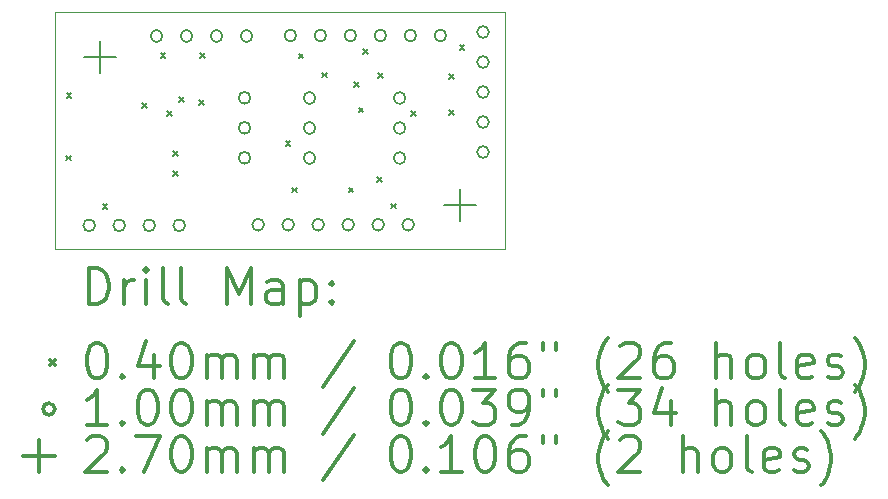
<source format=gbr>
%FSLAX45Y45*%
G04 Gerber Fmt 4.5, Leading zero omitted, Abs format (unit mm)*
G04 Created by KiCad (PCBNEW 5.1.5+dfsg1-2build2) date 2023-02-26 20:32:55*
%MOMM*%
%LPD*%
G04 APERTURE LIST*
%TA.AperFunction,Profile*%
%ADD10C,0.050000*%
%TD*%
%ADD11C,0.200000*%
%ADD12C,0.300000*%
G04 APERTURE END LIST*
D10*
X15030000Y-10002000D02*
X15030000Y-8002000D01*
X18840000Y-10002000D02*
X15030000Y-10002000D01*
X18840000Y-8002000D02*
X18840000Y-10002000D01*
X15030000Y-8002000D02*
X18840000Y-8002000D01*
D11*
X15124000Y-9215000D02*
X15164000Y-9255000D01*
X15164000Y-9215000D02*
X15124000Y-9255000D01*
X15128000Y-8683000D02*
X15168000Y-8723000D01*
X15168000Y-8683000D02*
X15128000Y-8723000D01*
X15433000Y-9628000D02*
X15473000Y-9668000D01*
X15473000Y-9628000D02*
X15433000Y-9668000D01*
X15766000Y-8770000D02*
X15806000Y-8810000D01*
X15806000Y-8770000D02*
X15766000Y-8810000D01*
X15923000Y-8349000D02*
X15963000Y-8389000D01*
X15963000Y-8349000D02*
X15923000Y-8389000D01*
X15981000Y-8837000D02*
X16021000Y-8877000D01*
X16021000Y-8837000D02*
X15981000Y-8877000D01*
X16028000Y-9347000D02*
X16068000Y-9387000D01*
X16068000Y-9347000D02*
X16028000Y-9387000D01*
X16029000Y-9177000D02*
X16069000Y-9217000D01*
X16069000Y-9177000D02*
X16029000Y-9217000D01*
X16081000Y-8717000D02*
X16121000Y-8757000D01*
X16121000Y-8717000D02*
X16081000Y-8757000D01*
X16248000Y-8745000D02*
X16288000Y-8785000D01*
X16288000Y-8745000D02*
X16248000Y-8785000D01*
X16255000Y-8348000D02*
X16295000Y-8388000D01*
X16295000Y-8348000D02*
X16255000Y-8388000D01*
X16982000Y-9092000D02*
X17022000Y-9132000D01*
X17022000Y-9092000D02*
X16982000Y-9132000D01*
X17036000Y-9487000D02*
X17076000Y-9527000D01*
X17076000Y-9487000D02*
X17036000Y-9527000D01*
X17091000Y-8352000D02*
X17131000Y-8392000D01*
X17131000Y-8352000D02*
X17091000Y-8392000D01*
X17288000Y-8512000D02*
X17328000Y-8552000D01*
X17328000Y-8512000D02*
X17288000Y-8552000D01*
X17516000Y-9487000D02*
X17556000Y-9527000D01*
X17556000Y-9487000D02*
X17516000Y-9527000D01*
X17563000Y-8593000D02*
X17603000Y-8633000D01*
X17603000Y-8593000D02*
X17563000Y-8633000D01*
X17600000Y-8809000D02*
X17640000Y-8849000D01*
X17640000Y-8809000D02*
X17600000Y-8849000D01*
X17636000Y-8315000D02*
X17676000Y-8355000D01*
X17676000Y-8315000D02*
X17636000Y-8355000D01*
X17754000Y-9394000D02*
X17794000Y-9434000D01*
X17794000Y-9394000D02*
X17754000Y-9434000D01*
X17768000Y-8516000D02*
X17808000Y-8556000D01*
X17808000Y-8516000D02*
X17768000Y-8556000D01*
X17873000Y-9622000D02*
X17913000Y-9662000D01*
X17913000Y-9622000D02*
X17873000Y-9662000D01*
X18044000Y-8840000D02*
X18084000Y-8880000D01*
X18084000Y-8840000D02*
X18044000Y-8880000D01*
X18366000Y-8527000D02*
X18406000Y-8567000D01*
X18406000Y-8527000D02*
X18366000Y-8567000D01*
X18368000Y-8827000D02*
X18408000Y-8867000D01*
X18408000Y-8827000D02*
X18368000Y-8867000D01*
X18456000Y-8279000D02*
X18496000Y-8319000D01*
X18496000Y-8279000D02*
X18456000Y-8319000D01*
X18703000Y-8169000D02*
G75*
G03X18703000Y-8169000I-50000J0D01*
G01*
X18703000Y-8423000D02*
G75*
G03X18703000Y-8423000I-50000J0D01*
G01*
X18703000Y-8677000D02*
G75*
G03X18703000Y-8677000I-50000J0D01*
G01*
X18703000Y-8931000D02*
G75*
G03X18703000Y-8931000I-50000J0D01*
G01*
X18703000Y-9185000D02*
G75*
G03X18703000Y-9185000I-50000J0D01*
G01*
X16684000Y-8726000D02*
G75*
G03X16684000Y-8726000I-50000J0D01*
G01*
X16684000Y-8980000D02*
G75*
G03X16684000Y-8980000I-50000J0D01*
G01*
X16684000Y-9234000D02*
G75*
G03X16684000Y-9234000I-50000J0D01*
G01*
X17072000Y-8197000D02*
G75*
G03X17072000Y-8197000I-50000J0D01*
G01*
X17326000Y-8197000D02*
G75*
G03X17326000Y-8197000I-50000J0D01*
G01*
X17580000Y-8197000D02*
G75*
G03X17580000Y-8197000I-50000J0D01*
G01*
X17834000Y-8197000D02*
G75*
G03X17834000Y-8197000I-50000J0D01*
G01*
X18088000Y-8197000D02*
G75*
G03X18088000Y-8197000I-50000J0D01*
G01*
X18342000Y-8197000D02*
G75*
G03X18342000Y-8197000I-50000J0D01*
G01*
X16799000Y-9800000D02*
G75*
G03X16799000Y-9800000I-50000J0D01*
G01*
X17053000Y-9800000D02*
G75*
G03X17053000Y-9800000I-50000J0D01*
G01*
X17307000Y-9800000D02*
G75*
G03X17307000Y-9800000I-50000J0D01*
G01*
X17561000Y-9800000D02*
G75*
G03X17561000Y-9800000I-50000J0D01*
G01*
X17815000Y-9800000D02*
G75*
G03X17815000Y-9800000I-50000J0D01*
G01*
X18069000Y-9800000D02*
G75*
G03X18069000Y-9800000I-50000J0D01*
G01*
X17234000Y-8727000D02*
G75*
G03X17234000Y-8727000I-50000J0D01*
G01*
X17234000Y-8981000D02*
G75*
G03X17234000Y-8981000I-50000J0D01*
G01*
X17234000Y-9235000D02*
G75*
G03X17234000Y-9235000I-50000J0D01*
G01*
X15369000Y-9805000D02*
G75*
G03X15369000Y-9805000I-50000J0D01*
G01*
X15623000Y-9805000D02*
G75*
G03X15623000Y-9805000I-50000J0D01*
G01*
X15877000Y-9805000D02*
G75*
G03X15877000Y-9805000I-50000J0D01*
G01*
X16131000Y-9805000D02*
G75*
G03X16131000Y-9805000I-50000J0D01*
G01*
X15939000Y-8202000D02*
G75*
G03X15939000Y-8202000I-50000J0D01*
G01*
X16193000Y-8202000D02*
G75*
G03X16193000Y-8202000I-50000J0D01*
G01*
X16447000Y-8202000D02*
G75*
G03X16447000Y-8202000I-50000J0D01*
G01*
X16701000Y-8202000D02*
G75*
G03X16701000Y-8202000I-50000J0D01*
G01*
X17997000Y-8727000D02*
G75*
G03X17997000Y-8727000I-50000J0D01*
G01*
X17997000Y-8981000D02*
G75*
G03X17997000Y-8981000I-50000J0D01*
G01*
X17997000Y-9235000D02*
G75*
G03X17997000Y-9235000I-50000J0D01*
G01*
X18461000Y-9496000D02*
X18461000Y-9766000D01*
X18326000Y-9631000D02*
X18596000Y-9631000D01*
X15410000Y-8247000D02*
X15410000Y-8517000D01*
X15275000Y-8382000D02*
X15545000Y-8382000D01*
D12*
X15313928Y-10470214D02*
X15313928Y-10170214D01*
X15385357Y-10170214D01*
X15428214Y-10184500D01*
X15456786Y-10213072D01*
X15471071Y-10241643D01*
X15485357Y-10298786D01*
X15485357Y-10341643D01*
X15471071Y-10398786D01*
X15456786Y-10427357D01*
X15428214Y-10455929D01*
X15385357Y-10470214D01*
X15313928Y-10470214D01*
X15613928Y-10470214D02*
X15613928Y-10270214D01*
X15613928Y-10327357D02*
X15628214Y-10298786D01*
X15642500Y-10284500D01*
X15671071Y-10270214D01*
X15699643Y-10270214D01*
X15799643Y-10470214D02*
X15799643Y-10270214D01*
X15799643Y-10170214D02*
X15785357Y-10184500D01*
X15799643Y-10198786D01*
X15813928Y-10184500D01*
X15799643Y-10170214D01*
X15799643Y-10198786D01*
X15985357Y-10470214D02*
X15956786Y-10455929D01*
X15942500Y-10427357D01*
X15942500Y-10170214D01*
X16142500Y-10470214D02*
X16113928Y-10455929D01*
X16099643Y-10427357D01*
X16099643Y-10170214D01*
X16485357Y-10470214D02*
X16485357Y-10170214D01*
X16585357Y-10384500D01*
X16685357Y-10170214D01*
X16685357Y-10470214D01*
X16956786Y-10470214D02*
X16956786Y-10313072D01*
X16942500Y-10284500D01*
X16913928Y-10270214D01*
X16856786Y-10270214D01*
X16828214Y-10284500D01*
X16956786Y-10455929D02*
X16928214Y-10470214D01*
X16856786Y-10470214D01*
X16828214Y-10455929D01*
X16813928Y-10427357D01*
X16813928Y-10398786D01*
X16828214Y-10370214D01*
X16856786Y-10355929D01*
X16928214Y-10355929D01*
X16956786Y-10341643D01*
X17099643Y-10270214D02*
X17099643Y-10570214D01*
X17099643Y-10284500D02*
X17128214Y-10270214D01*
X17185357Y-10270214D01*
X17213928Y-10284500D01*
X17228214Y-10298786D01*
X17242500Y-10327357D01*
X17242500Y-10413072D01*
X17228214Y-10441643D01*
X17213928Y-10455929D01*
X17185357Y-10470214D01*
X17128214Y-10470214D01*
X17099643Y-10455929D01*
X17371071Y-10441643D02*
X17385357Y-10455929D01*
X17371071Y-10470214D01*
X17356786Y-10455929D01*
X17371071Y-10441643D01*
X17371071Y-10470214D01*
X17371071Y-10284500D02*
X17385357Y-10298786D01*
X17371071Y-10313072D01*
X17356786Y-10298786D01*
X17371071Y-10284500D01*
X17371071Y-10313072D01*
X14987500Y-10944500D02*
X15027500Y-10984500D01*
X15027500Y-10944500D02*
X14987500Y-10984500D01*
X15371071Y-10800214D02*
X15399643Y-10800214D01*
X15428214Y-10814500D01*
X15442500Y-10828786D01*
X15456786Y-10857357D01*
X15471071Y-10914500D01*
X15471071Y-10985929D01*
X15456786Y-11043072D01*
X15442500Y-11071643D01*
X15428214Y-11085929D01*
X15399643Y-11100214D01*
X15371071Y-11100214D01*
X15342500Y-11085929D01*
X15328214Y-11071643D01*
X15313928Y-11043072D01*
X15299643Y-10985929D01*
X15299643Y-10914500D01*
X15313928Y-10857357D01*
X15328214Y-10828786D01*
X15342500Y-10814500D01*
X15371071Y-10800214D01*
X15599643Y-11071643D02*
X15613928Y-11085929D01*
X15599643Y-11100214D01*
X15585357Y-11085929D01*
X15599643Y-11071643D01*
X15599643Y-11100214D01*
X15871071Y-10900214D02*
X15871071Y-11100214D01*
X15799643Y-10785929D02*
X15728214Y-11000214D01*
X15913928Y-11000214D01*
X16085357Y-10800214D02*
X16113928Y-10800214D01*
X16142500Y-10814500D01*
X16156786Y-10828786D01*
X16171071Y-10857357D01*
X16185357Y-10914500D01*
X16185357Y-10985929D01*
X16171071Y-11043072D01*
X16156786Y-11071643D01*
X16142500Y-11085929D01*
X16113928Y-11100214D01*
X16085357Y-11100214D01*
X16056786Y-11085929D01*
X16042500Y-11071643D01*
X16028214Y-11043072D01*
X16013928Y-10985929D01*
X16013928Y-10914500D01*
X16028214Y-10857357D01*
X16042500Y-10828786D01*
X16056786Y-10814500D01*
X16085357Y-10800214D01*
X16313928Y-11100214D02*
X16313928Y-10900214D01*
X16313928Y-10928786D02*
X16328214Y-10914500D01*
X16356786Y-10900214D01*
X16399643Y-10900214D01*
X16428214Y-10914500D01*
X16442500Y-10943072D01*
X16442500Y-11100214D01*
X16442500Y-10943072D02*
X16456786Y-10914500D01*
X16485357Y-10900214D01*
X16528214Y-10900214D01*
X16556786Y-10914500D01*
X16571071Y-10943072D01*
X16571071Y-11100214D01*
X16713928Y-11100214D02*
X16713928Y-10900214D01*
X16713928Y-10928786D02*
X16728214Y-10914500D01*
X16756786Y-10900214D01*
X16799643Y-10900214D01*
X16828214Y-10914500D01*
X16842500Y-10943072D01*
X16842500Y-11100214D01*
X16842500Y-10943072D02*
X16856786Y-10914500D01*
X16885357Y-10900214D01*
X16928214Y-10900214D01*
X16956786Y-10914500D01*
X16971071Y-10943072D01*
X16971071Y-11100214D01*
X17556786Y-10785929D02*
X17299643Y-11171643D01*
X17942500Y-10800214D02*
X17971071Y-10800214D01*
X17999643Y-10814500D01*
X18013928Y-10828786D01*
X18028214Y-10857357D01*
X18042500Y-10914500D01*
X18042500Y-10985929D01*
X18028214Y-11043072D01*
X18013928Y-11071643D01*
X17999643Y-11085929D01*
X17971071Y-11100214D01*
X17942500Y-11100214D01*
X17913928Y-11085929D01*
X17899643Y-11071643D01*
X17885357Y-11043072D01*
X17871071Y-10985929D01*
X17871071Y-10914500D01*
X17885357Y-10857357D01*
X17899643Y-10828786D01*
X17913928Y-10814500D01*
X17942500Y-10800214D01*
X18171071Y-11071643D02*
X18185357Y-11085929D01*
X18171071Y-11100214D01*
X18156786Y-11085929D01*
X18171071Y-11071643D01*
X18171071Y-11100214D01*
X18371071Y-10800214D02*
X18399643Y-10800214D01*
X18428214Y-10814500D01*
X18442500Y-10828786D01*
X18456786Y-10857357D01*
X18471071Y-10914500D01*
X18471071Y-10985929D01*
X18456786Y-11043072D01*
X18442500Y-11071643D01*
X18428214Y-11085929D01*
X18399643Y-11100214D01*
X18371071Y-11100214D01*
X18342500Y-11085929D01*
X18328214Y-11071643D01*
X18313928Y-11043072D01*
X18299643Y-10985929D01*
X18299643Y-10914500D01*
X18313928Y-10857357D01*
X18328214Y-10828786D01*
X18342500Y-10814500D01*
X18371071Y-10800214D01*
X18756786Y-11100214D02*
X18585357Y-11100214D01*
X18671071Y-11100214D02*
X18671071Y-10800214D01*
X18642500Y-10843072D01*
X18613928Y-10871643D01*
X18585357Y-10885929D01*
X19013928Y-10800214D02*
X18956786Y-10800214D01*
X18928214Y-10814500D01*
X18913928Y-10828786D01*
X18885357Y-10871643D01*
X18871071Y-10928786D01*
X18871071Y-11043072D01*
X18885357Y-11071643D01*
X18899643Y-11085929D01*
X18928214Y-11100214D01*
X18985357Y-11100214D01*
X19013928Y-11085929D01*
X19028214Y-11071643D01*
X19042500Y-11043072D01*
X19042500Y-10971643D01*
X19028214Y-10943072D01*
X19013928Y-10928786D01*
X18985357Y-10914500D01*
X18928214Y-10914500D01*
X18899643Y-10928786D01*
X18885357Y-10943072D01*
X18871071Y-10971643D01*
X19156786Y-10800214D02*
X19156786Y-10857357D01*
X19271071Y-10800214D02*
X19271071Y-10857357D01*
X19713928Y-11214500D02*
X19699643Y-11200214D01*
X19671071Y-11157357D01*
X19656786Y-11128786D01*
X19642500Y-11085929D01*
X19628214Y-11014500D01*
X19628214Y-10957357D01*
X19642500Y-10885929D01*
X19656786Y-10843072D01*
X19671071Y-10814500D01*
X19699643Y-10771643D01*
X19713928Y-10757357D01*
X19813928Y-10828786D02*
X19828214Y-10814500D01*
X19856786Y-10800214D01*
X19928214Y-10800214D01*
X19956786Y-10814500D01*
X19971071Y-10828786D01*
X19985357Y-10857357D01*
X19985357Y-10885929D01*
X19971071Y-10928786D01*
X19799643Y-11100214D01*
X19985357Y-11100214D01*
X20242500Y-10800214D02*
X20185357Y-10800214D01*
X20156786Y-10814500D01*
X20142500Y-10828786D01*
X20113928Y-10871643D01*
X20099643Y-10928786D01*
X20099643Y-11043072D01*
X20113928Y-11071643D01*
X20128214Y-11085929D01*
X20156786Y-11100214D01*
X20213928Y-11100214D01*
X20242500Y-11085929D01*
X20256786Y-11071643D01*
X20271071Y-11043072D01*
X20271071Y-10971643D01*
X20256786Y-10943072D01*
X20242500Y-10928786D01*
X20213928Y-10914500D01*
X20156786Y-10914500D01*
X20128214Y-10928786D01*
X20113928Y-10943072D01*
X20099643Y-10971643D01*
X20628214Y-11100214D02*
X20628214Y-10800214D01*
X20756786Y-11100214D02*
X20756786Y-10943072D01*
X20742500Y-10914500D01*
X20713928Y-10900214D01*
X20671071Y-10900214D01*
X20642500Y-10914500D01*
X20628214Y-10928786D01*
X20942500Y-11100214D02*
X20913928Y-11085929D01*
X20899643Y-11071643D01*
X20885357Y-11043072D01*
X20885357Y-10957357D01*
X20899643Y-10928786D01*
X20913928Y-10914500D01*
X20942500Y-10900214D01*
X20985357Y-10900214D01*
X21013928Y-10914500D01*
X21028214Y-10928786D01*
X21042500Y-10957357D01*
X21042500Y-11043072D01*
X21028214Y-11071643D01*
X21013928Y-11085929D01*
X20985357Y-11100214D01*
X20942500Y-11100214D01*
X21213928Y-11100214D02*
X21185357Y-11085929D01*
X21171071Y-11057357D01*
X21171071Y-10800214D01*
X21442500Y-11085929D02*
X21413928Y-11100214D01*
X21356786Y-11100214D01*
X21328214Y-11085929D01*
X21313928Y-11057357D01*
X21313928Y-10943072D01*
X21328214Y-10914500D01*
X21356786Y-10900214D01*
X21413928Y-10900214D01*
X21442500Y-10914500D01*
X21456786Y-10943072D01*
X21456786Y-10971643D01*
X21313928Y-11000214D01*
X21571071Y-11085929D02*
X21599643Y-11100214D01*
X21656786Y-11100214D01*
X21685357Y-11085929D01*
X21699643Y-11057357D01*
X21699643Y-11043072D01*
X21685357Y-11014500D01*
X21656786Y-11000214D01*
X21613928Y-11000214D01*
X21585357Y-10985929D01*
X21571071Y-10957357D01*
X21571071Y-10943072D01*
X21585357Y-10914500D01*
X21613928Y-10900214D01*
X21656786Y-10900214D01*
X21685357Y-10914500D01*
X21799643Y-11214500D02*
X21813928Y-11200214D01*
X21842500Y-11157357D01*
X21856786Y-11128786D01*
X21871071Y-11085929D01*
X21885357Y-11014500D01*
X21885357Y-10957357D01*
X21871071Y-10885929D01*
X21856786Y-10843072D01*
X21842500Y-10814500D01*
X21813928Y-10771643D01*
X21799643Y-10757357D01*
X15027500Y-11360500D02*
G75*
G03X15027500Y-11360500I-50000J0D01*
G01*
X15471071Y-11496214D02*
X15299643Y-11496214D01*
X15385357Y-11496214D02*
X15385357Y-11196214D01*
X15356786Y-11239071D01*
X15328214Y-11267643D01*
X15299643Y-11281929D01*
X15599643Y-11467643D02*
X15613928Y-11481929D01*
X15599643Y-11496214D01*
X15585357Y-11481929D01*
X15599643Y-11467643D01*
X15599643Y-11496214D01*
X15799643Y-11196214D02*
X15828214Y-11196214D01*
X15856786Y-11210500D01*
X15871071Y-11224786D01*
X15885357Y-11253357D01*
X15899643Y-11310500D01*
X15899643Y-11381929D01*
X15885357Y-11439071D01*
X15871071Y-11467643D01*
X15856786Y-11481929D01*
X15828214Y-11496214D01*
X15799643Y-11496214D01*
X15771071Y-11481929D01*
X15756786Y-11467643D01*
X15742500Y-11439071D01*
X15728214Y-11381929D01*
X15728214Y-11310500D01*
X15742500Y-11253357D01*
X15756786Y-11224786D01*
X15771071Y-11210500D01*
X15799643Y-11196214D01*
X16085357Y-11196214D02*
X16113928Y-11196214D01*
X16142500Y-11210500D01*
X16156786Y-11224786D01*
X16171071Y-11253357D01*
X16185357Y-11310500D01*
X16185357Y-11381929D01*
X16171071Y-11439071D01*
X16156786Y-11467643D01*
X16142500Y-11481929D01*
X16113928Y-11496214D01*
X16085357Y-11496214D01*
X16056786Y-11481929D01*
X16042500Y-11467643D01*
X16028214Y-11439071D01*
X16013928Y-11381929D01*
X16013928Y-11310500D01*
X16028214Y-11253357D01*
X16042500Y-11224786D01*
X16056786Y-11210500D01*
X16085357Y-11196214D01*
X16313928Y-11496214D02*
X16313928Y-11296214D01*
X16313928Y-11324786D02*
X16328214Y-11310500D01*
X16356786Y-11296214D01*
X16399643Y-11296214D01*
X16428214Y-11310500D01*
X16442500Y-11339071D01*
X16442500Y-11496214D01*
X16442500Y-11339071D02*
X16456786Y-11310500D01*
X16485357Y-11296214D01*
X16528214Y-11296214D01*
X16556786Y-11310500D01*
X16571071Y-11339071D01*
X16571071Y-11496214D01*
X16713928Y-11496214D02*
X16713928Y-11296214D01*
X16713928Y-11324786D02*
X16728214Y-11310500D01*
X16756786Y-11296214D01*
X16799643Y-11296214D01*
X16828214Y-11310500D01*
X16842500Y-11339071D01*
X16842500Y-11496214D01*
X16842500Y-11339071D02*
X16856786Y-11310500D01*
X16885357Y-11296214D01*
X16928214Y-11296214D01*
X16956786Y-11310500D01*
X16971071Y-11339071D01*
X16971071Y-11496214D01*
X17556786Y-11181929D02*
X17299643Y-11567643D01*
X17942500Y-11196214D02*
X17971071Y-11196214D01*
X17999643Y-11210500D01*
X18013928Y-11224786D01*
X18028214Y-11253357D01*
X18042500Y-11310500D01*
X18042500Y-11381929D01*
X18028214Y-11439071D01*
X18013928Y-11467643D01*
X17999643Y-11481929D01*
X17971071Y-11496214D01*
X17942500Y-11496214D01*
X17913928Y-11481929D01*
X17899643Y-11467643D01*
X17885357Y-11439071D01*
X17871071Y-11381929D01*
X17871071Y-11310500D01*
X17885357Y-11253357D01*
X17899643Y-11224786D01*
X17913928Y-11210500D01*
X17942500Y-11196214D01*
X18171071Y-11467643D02*
X18185357Y-11481929D01*
X18171071Y-11496214D01*
X18156786Y-11481929D01*
X18171071Y-11467643D01*
X18171071Y-11496214D01*
X18371071Y-11196214D02*
X18399643Y-11196214D01*
X18428214Y-11210500D01*
X18442500Y-11224786D01*
X18456786Y-11253357D01*
X18471071Y-11310500D01*
X18471071Y-11381929D01*
X18456786Y-11439071D01*
X18442500Y-11467643D01*
X18428214Y-11481929D01*
X18399643Y-11496214D01*
X18371071Y-11496214D01*
X18342500Y-11481929D01*
X18328214Y-11467643D01*
X18313928Y-11439071D01*
X18299643Y-11381929D01*
X18299643Y-11310500D01*
X18313928Y-11253357D01*
X18328214Y-11224786D01*
X18342500Y-11210500D01*
X18371071Y-11196214D01*
X18571071Y-11196214D02*
X18756786Y-11196214D01*
X18656786Y-11310500D01*
X18699643Y-11310500D01*
X18728214Y-11324786D01*
X18742500Y-11339071D01*
X18756786Y-11367643D01*
X18756786Y-11439071D01*
X18742500Y-11467643D01*
X18728214Y-11481929D01*
X18699643Y-11496214D01*
X18613928Y-11496214D01*
X18585357Y-11481929D01*
X18571071Y-11467643D01*
X18899643Y-11496214D02*
X18956786Y-11496214D01*
X18985357Y-11481929D01*
X18999643Y-11467643D01*
X19028214Y-11424786D01*
X19042500Y-11367643D01*
X19042500Y-11253357D01*
X19028214Y-11224786D01*
X19013928Y-11210500D01*
X18985357Y-11196214D01*
X18928214Y-11196214D01*
X18899643Y-11210500D01*
X18885357Y-11224786D01*
X18871071Y-11253357D01*
X18871071Y-11324786D01*
X18885357Y-11353357D01*
X18899643Y-11367643D01*
X18928214Y-11381929D01*
X18985357Y-11381929D01*
X19013928Y-11367643D01*
X19028214Y-11353357D01*
X19042500Y-11324786D01*
X19156786Y-11196214D02*
X19156786Y-11253357D01*
X19271071Y-11196214D02*
X19271071Y-11253357D01*
X19713928Y-11610500D02*
X19699643Y-11596214D01*
X19671071Y-11553357D01*
X19656786Y-11524786D01*
X19642500Y-11481929D01*
X19628214Y-11410500D01*
X19628214Y-11353357D01*
X19642500Y-11281929D01*
X19656786Y-11239071D01*
X19671071Y-11210500D01*
X19699643Y-11167643D01*
X19713928Y-11153357D01*
X19799643Y-11196214D02*
X19985357Y-11196214D01*
X19885357Y-11310500D01*
X19928214Y-11310500D01*
X19956786Y-11324786D01*
X19971071Y-11339071D01*
X19985357Y-11367643D01*
X19985357Y-11439071D01*
X19971071Y-11467643D01*
X19956786Y-11481929D01*
X19928214Y-11496214D01*
X19842500Y-11496214D01*
X19813928Y-11481929D01*
X19799643Y-11467643D01*
X20242500Y-11296214D02*
X20242500Y-11496214D01*
X20171071Y-11181929D02*
X20099643Y-11396214D01*
X20285357Y-11396214D01*
X20628214Y-11496214D02*
X20628214Y-11196214D01*
X20756786Y-11496214D02*
X20756786Y-11339071D01*
X20742500Y-11310500D01*
X20713928Y-11296214D01*
X20671071Y-11296214D01*
X20642500Y-11310500D01*
X20628214Y-11324786D01*
X20942500Y-11496214D02*
X20913928Y-11481929D01*
X20899643Y-11467643D01*
X20885357Y-11439071D01*
X20885357Y-11353357D01*
X20899643Y-11324786D01*
X20913928Y-11310500D01*
X20942500Y-11296214D01*
X20985357Y-11296214D01*
X21013928Y-11310500D01*
X21028214Y-11324786D01*
X21042500Y-11353357D01*
X21042500Y-11439071D01*
X21028214Y-11467643D01*
X21013928Y-11481929D01*
X20985357Y-11496214D01*
X20942500Y-11496214D01*
X21213928Y-11496214D02*
X21185357Y-11481929D01*
X21171071Y-11453357D01*
X21171071Y-11196214D01*
X21442500Y-11481929D02*
X21413928Y-11496214D01*
X21356786Y-11496214D01*
X21328214Y-11481929D01*
X21313928Y-11453357D01*
X21313928Y-11339071D01*
X21328214Y-11310500D01*
X21356786Y-11296214D01*
X21413928Y-11296214D01*
X21442500Y-11310500D01*
X21456786Y-11339071D01*
X21456786Y-11367643D01*
X21313928Y-11396214D01*
X21571071Y-11481929D02*
X21599643Y-11496214D01*
X21656786Y-11496214D01*
X21685357Y-11481929D01*
X21699643Y-11453357D01*
X21699643Y-11439071D01*
X21685357Y-11410500D01*
X21656786Y-11396214D01*
X21613928Y-11396214D01*
X21585357Y-11381929D01*
X21571071Y-11353357D01*
X21571071Y-11339071D01*
X21585357Y-11310500D01*
X21613928Y-11296214D01*
X21656786Y-11296214D01*
X21685357Y-11310500D01*
X21799643Y-11610500D02*
X21813928Y-11596214D01*
X21842500Y-11553357D01*
X21856786Y-11524786D01*
X21871071Y-11481929D01*
X21885357Y-11410500D01*
X21885357Y-11353357D01*
X21871071Y-11281929D01*
X21856786Y-11239071D01*
X21842500Y-11210500D01*
X21813928Y-11167643D01*
X21799643Y-11153357D01*
X14892500Y-11621500D02*
X14892500Y-11891500D01*
X14757500Y-11756500D02*
X15027500Y-11756500D01*
X15299643Y-11620786D02*
X15313928Y-11606500D01*
X15342500Y-11592214D01*
X15413928Y-11592214D01*
X15442500Y-11606500D01*
X15456786Y-11620786D01*
X15471071Y-11649357D01*
X15471071Y-11677929D01*
X15456786Y-11720786D01*
X15285357Y-11892214D01*
X15471071Y-11892214D01*
X15599643Y-11863643D02*
X15613928Y-11877929D01*
X15599643Y-11892214D01*
X15585357Y-11877929D01*
X15599643Y-11863643D01*
X15599643Y-11892214D01*
X15713928Y-11592214D02*
X15913928Y-11592214D01*
X15785357Y-11892214D01*
X16085357Y-11592214D02*
X16113928Y-11592214D01*
X16142500Y-11606500D01*
X16156786Y-11620786D01*
X16171071Y-11649357D01*
X16185357Y-11706500D01*
X16185357Y-11777929D01*
X16171071Y-11835071D01*
X16156786Y-11863643D01*
X16142500Y-11877929D01*
X16113928Y-11892214D01*
X16085357Y-11892214D01*
X16056786Y-11877929D01*
X16042500Y-11863643D01*
X16028214Y-11835071D01*
X16013928Y-11777929D01*
X16013928Y-11706500D01*
X16028214Y-11649357D01*
X16042500Y-11620786D01*
X16056786Y-11606500D01*
X16085357Y-11592214D01*
X16313928Y-11892214D02*
X16313928Y-11692214D01*
X16313928Y-11720786D02*
X16328214Y-11706500D01*
X16356786Y-11692214D01*
X16399643Y-11692214D01*
X16428214Y-11706500D01*
X16442500Y-11735071D01*
X16442500Y-11892214D01*
X16442500Y-11735071D02*
X16456786Y-11706500D01*
X16485357Y-11692214D01*
X16528214Y-11692214D01*
X16556786Y-11706500D01*
X16571071Y-11735071D01*
X16571071Y-11892214D01*
X16713928Y-11892214D02*
X16713928Y-11692214D01*
X16713928Y-11720786D02*
X16728214Y-11706500D01*
X16756786Y-11692214D01*
X16799643Y-11692214D01*
X16828214Y-11706500D01*
X16842500Y-11735071D01*
X16842500Y-11892214D01*
X16842500Y-11735071D02*
X16856786Y-11706500D01*
X16885357Y-11692214D01*
X16928214Y-11692214D01*
X16956786Y-11706500D01*
X16971071Y-11735071D01*
X16971071Y-11892214D01*
X17556786Y-11577929D02*
X17299643Y-11963643D01*
X17942500Y-11592214D02*
X17971071Y-11592214D01*
X17999643Y-11606500D01*
X18013928Y-11620786D01*
X18028214Y-11649357D01*
X18042500Y-11706500D01*
X18042500Y-11777929D01*
X18028214Y-11835071D01*
X18013928Y-11863643D01*
X17999643Y-11877929D01*
X17971071Y-11892214D01*
X17942500Y-11892214D01*
X17913928Y-11877929D01*
X17899643Y-11863643D01*
X17885357Y-11835071D01*
X17871071Y-11777929D01*
X17871071Y-11706500D01*
X17885357Y-11649357D01*
X17899643Y-11620786D01*
X17913928Y-11606500D01*
X17942500Y-11592214D01*
X18171071Y-11863643D02*
X18185357Y-11877929D01*
X18171071Y-11892214D01*
X18156786Y-11877929D01*
X18171071Y-11863643D01*
X18171071Y-11892214D01*
X18471071Y-11892214D02*
X18299643Y-11892214D01*
X18385357Y-11892214D02*
X18385357Y-11592214D01*
X18356786Y-11635071D01*
X18328214Y-11663643D01*
X18299643Y-11677929D01*
X18656786Y-11592214D02*
X18685357Y-11592214D01*
X18713928Y-11606500D01*
X18728214Y-11620786D01*
X18742500Y-11649357D01*
X18756786Y-11706500D01*
X18756786Y-11777929D01*
X18742500Y-11835071D01*
X18728214Y-11863643D01*
X18713928Y-11877929D01*
X18685357Y-11892214D01*
X18656786Y-11892214D01*
X18628214Y-11877929D01*
X18613928Y-11863643D01*
X18599643Y-11835071D01*
X18585357Y-11777929D01*
X18585357Y-11706500D01*
X18599643Y-11649357D01*
X18613928Y-11620786D01*
X18628214Y-11606500D01*
X18656786Y-11592214D01*
X19013928Y-11592214D02*
X18956786Y-11592214D01*
X18928214Y-11606500D01*
X18913928Y-11620786D01*
X18885357Y-11663643D01*
X18871071Y-11720786D01*
X18871071Y-11835071D01*
X18885357Y-11863643D01*
X18899643Y-11877929D01*
X18928214Y-11892214D01*
X18985357Y-11892214D01*
X19013928Y-11877929D01*
X19028214Y-11863643D01*
X19042500Y-11835071D01*
X19042500Y-11763643D01*
X19028214Y-11735071D01*
X19013928Y-11720786D01*
X18985357Y-11706500D01*
X18928214Y-11706500D01*
X18899643Y-11720786D01*
X18885357Y-11735071D01*
X18871071Y-11763643D01*
X19156786Y-11592214D02*
X19156786Y-11649357D01*
X19271071Y-11592214D02*
X19271071Y-11649357D01*
X19713928Y-12006500D02*
X19699643Y-11992214D01*
X19671071Y-11949357D01*
X19656786Y-11920786D01*
X19642500Y-11877929D01*
X19628214Y-11806500D01*
X19628214Y-11749357D01*
X19642500Y-11677929D01*
X19656786Y-11635071D01*
X19671071Y-11606500D01*
X19699643Y-11563643D01*
X19713928Y-11549357D01*
X19813928Y-11620786D02*
X19828214Y-11606500D01*
X19856786Y-11592214D01*
X19928214Y-11592214D01*
X19956786Y-11606500D01*
X19971071Y-11620786D01*
X19985357Y-11649357D01*
X19985357Y-11677929D01*
X19971071Y-11720786D01*
X19799643Y-11892214D01*
X19985357Y-11892214D01*
X20342500Y-11892214D02*
X20342500Y-11592214D01*
X20471071Y-11892214D02*
X20471071Y-11735071D01*
X20456786Y-11706500D01*
X20428214Y-11692214D01*
X20385357Y-11692214D01*
X20356786Y-11706500D01*
X20342500Y-11720786D01*
X20656786Y-11892214D02*
X20628214Y-11877929D01*
X20613928Y-11863643D01*
X20599643Y-11835071D01*
X20599643Y-11749357D01*
X20613928Y-11720786D01*
X20628214Y-11706500D01*
X20656786Y-11692214D01*
X20699643Y-11692214D01*
X20728214Y-11706500D01*
X20742500Y-11720786D01*
X20756786Y-11749357D01*
X20756786Y-11835071D01*
X20742500Y-11863643D01*
X20728214Y-11877929D01*
X20699643Y-11892214D01*
X20656786Y-11892214D01*
X20928214Y-11892214D02*
X20899643Y-11877929D01*
X20885357Y-11849357D01*
X20885357Y-11592214D01*
X21156786Y-11877929D02*
X21128214Y-11892214D01*
X21071071Y-11892214D01*
X21042500Y-11877929D01*
X21028214Y-11849357D01*
X21028214Y-11735071D01*
X21042500Y-11706500D01*
X21071071Y-11692214D01*
X21128214Y-11692214D01*
X21156786Y-11706500D01*
X21171071Y-11735071D01*
X21171071Y-11763643D01*
X21028214Y-11792214D01*
X21285357Y-11877929D02*
X21313928Y-11892214D01*
X21371071Y-11892214D01*
X21399643Y-11877929D01*
X21413928Y-11849357D01*
X21413928Y-11835071D01*
X21399643Y-11806500D01*
X21371071Y-11792214D01*
X21328214Y-11792214D01*
X21299643Y-11777929D01*
X21285357Y-11749357D01*
X21285357Y-11735071D01*
X21299643Y-11706500D01*
X21328214Y-11692214D01*
X21371071Y-11692214D01*
X21399643Y-11706500D01*
X21513928Y-12006500D02*
X21528214Y-11992214D01*
X21556786Y-11949357D01*
X21571071Y-11920786D01*
X21585357Y-11877929D01*
X21599643Y-11806500D01*
X21599643Y-11749357D01*
X21585357Y-11677929D01*
X21571071Y-11635071D01*
X21556786Y-11606500D01*
X21528214Y-11563643D01*
X21513928Y-11549357D01*
M02*

</source>
